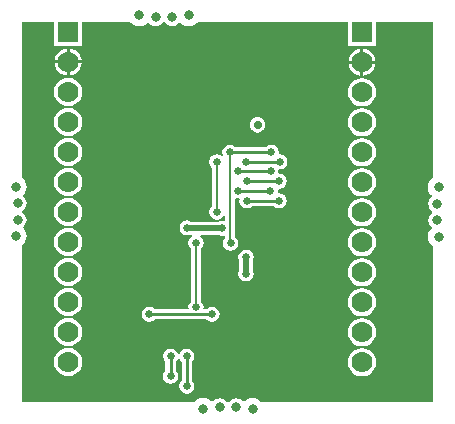
<source format=gbl>
G04*
G04 #@! TF.GenerationSoftware,Altium Limited,Altium Designer,18.1.9 (240)*
G04*
G04 Layer_Physical_Order=6*
G04 Layer_Color=16711680*
%FSLAX24Y24*%
%MOIN*%
G70*
G01*
G75*
%ADD10C,0.0070*%
%ADD14C,0.0100*%
%ADD34C,0.0320*%
%ADD40C,0.0200*%
%ADD42R,0.0700X0.0700*%
%ADD43C,0.0700*%
%ADD44C,0.0260*%
%ADD45C,0.0280*%
G36*
X13842Y7630D02*
X13789Y7589D01*
X13729Y7512D01*
X13692Y7422D01*
X13679Y7325D01*
X13692Y7228D01*
X13729Y7138D01*
X13789Y7061D01*
X13800Y7053D01*
Y7003D01*
X13777Y6985D01*
X13730Y6924D01*
X13700Y6852D01*
X13690Y6775D01*
X13700Y6698D01*
X13730Y6626D01*
X13777Y6565D01*
X13822Y6530D01*
X13826Y6519D01*
Y6481D01*
X13822Y6470D01*
X13777Y6435D01*
X13730Y6374D01*
X13700Y6302D01*
X13690Y6225D01*
X13700Y6148D01*
X13730Y6076D01*
X13777Y6015D01*
X13800Y5997D01*
Y5947D01*
X13789Y5939D01*
X13729Y5862D01*
X13692Y5772D01*
X13679Y5675D01*
X13692Y5578D01*
X13729Y5488D01*
X13789Y5411D01*
X13842Y5370D01*
Y158D01*
X8124D01*
X8099Y191D01*
X8022Y251D01*
X7932Y288D01*
X7835Y301D01*
X7738Y288D01*
X7648Y251D01*
X7571Y191D01*
X7569Y189D01*
X7506Y189D01*
X7495Y203D01*
X7434Y250D01*
X7362Y280D01*
X7285Y290D01*
X7208Y280D01*
X7136Y250D01*
X7075Y203D01*
X7040Y158D01*
X6980D01*
X6945Y203D01*
X6884Y250D01*
X6812Y280D01*
X6735Y290D01*
X6658Y280D01*
X6586Y250D01*
X6525Y203D01*
X6514Y189D01*
X6451D01*
X6449Y191D01*
X6372Y251D01*
X6282Y288D01*
X6185Y301D01*
X6088Y288D01*
X5998Y251D01*
X5921Y191D01*
X5896Y158D01*
X158D01*
Y5388D01*
X201Y5421D01*
X261Y5498D01*
X298Y5588D01*
X311Y5685D01*
X298Y5782D01*
X261Y5872D01*
X201Y5949D01*
X199Y5951D01*
X199Y6014D01*
X213Y6025D01*
X260Y6086D01*
X290Y6158D01*
X300Y6235D01*
X290Y6312D01*
X260Y6384D01*
X213Y6445D01*
X161Y6485D01*
Y6535D01*
X213Y6575D01*
X260Y6636D01*
X290Y6708D01*
X300Y6785D01*
X290Y6862D01*
X260Y6934D01*
X213Y6995D01*
X199Y7006D01*
Y7069D01*
X201Y7071D01*
X261Y7148D01*
X298Y7238D01*
X311Y7335D01*
X298Y7432D01*
X261Y7522D01*
X201Y7599D01*
X158Y7632D01*
Y12842D01*
X1220D01*
Y12030D01*
X2160D01*
Y12842D01*
X3758D01*
X3791Y12799D01*
X3868Y12739D01*
X3958Y12702D01*
X4055Y12689D01*
X4152Y12702D01*
X4242Y12739D01*
X4319Y12799D01*
X4321Y12801D01*
X4384Y12801D01*
X4395Y12787D01*
X4456Y12740D01*
X4528Y12710D01*
X4605Y12700D01*
X4682Y12710D01*
X4754Y12740D01*
X4815Y12787D01*
X4855Y12839D01*
X4905D01*
X4945Y12787D01*
X5006Y12740D01*
X5078Y12710D01*
X5155Y12700D01*
X5232Y12710D01*
X5304Y12740D01*
X5365Y12787D01*
X5376Y12801D01*
X5439D01*
X5441Y12799D01*
X5518Y12739D01*
X5608Y12702D01*
X5705Y12689D01*
X5802Y12702D01*
X5892Y12739D01*
X5969Y12799D01*
X6002Y12842D01*
X11010D01*
Y12020D01*
X11950D01*
Y12842D01*
X13842D01*
Y7630D01*
D02*
G37*
%LPC*%
G36*
X1740Y11947D02*
Y11550D01*
X2137D01*
X2128Y11617D01*
X2083Y11727D01*
X2011Y11821D01*
X1917Y11893D01*
X1807Y11938D01*
X1740Y11947D01*
D02*
G37*
G36*
X1640D02*
X1573Y11938D01*
X1463Y11893D01*
X1369Y11821D01*
X1297Y11727D01*
X1252Y11617D01*
X1243Y11550D01*
X1640D01*
Y11947D01*
D02*
G37*
G36*
X11530Y11937D02*
Y11540D01*
X11927D01*
X11918Y11607D01*
X11873Y11717D01*
X11801Y11811D01*
X11707Y11883D01*
X11597Y11928D01*
X11530Y11937D01*
D02*
G37*
G36*
X11430D02*
X11363Y11928D01*
X11253Y11883D01*
X11159Y11811D01*
X11087Y11717D01*
X11042Y11607D01*
X11033Y11540D01*
X11430D01*
Y11937D01*
D02*
G37*
G36*
X2137Y11450D02*
X1740D01*
Y11053D01*
X1807Y11062D01*
X1917Y11107D01*
X2011Y11179D01*
X2083Y11273D01*
X2128Y11383D01*
X2137Y11450D01*
D02*
G37*
G36*
X1640D02*
X1243D01*
X1252Y11383D01*
X1297Y11273D01*
X1369Y11179D01*
X1463Y11107D01*
X1573Y11062D01*
X1640Y11053D01*
Y11450D01*
D02*
G37*
G36*
X11927Y11440D02*
X11530D01*
Y11043D01*
X11597Y11052D01*
X11707Y11097D01*
X11801Y11169D01*
X11873Y11263D01*
X11918Y11373D01*
X11927Y11440D01*
D02*
G37*
G36*
X11430D02*
X11033D01*
X11042Y11373D01*
X11087Y11263D01*
X11159Y11169D01*
X11253Y11097D01*
X11363Y11052D01*
X11430Y11043D01*
Y11440D01*
D02*
G37*
G36*
X1690Y10974D02*
X1567Y10958D01*
X1453Y10911D01*
X1355Y10835D01*
X1279Y10737D01*
X1232Y10623D01*
X1216Y10500D01*
X1232Y10377D01*
X1279Y10263D01*
X1355Y10165D01*
X1453Y10089D01*
X1567Y10042D01*
X1690Y10026D01*
X1813Y10042D01*
X1927Y10089D01*
X2025Y10165D01*
X2101Y10263D01*
X2148Y10377D01*
X2164Y10500D01*
X2148Y10623D01*
X2101Y10737D01*
X2025Y10835D01*
X1927Y10911D01*
X1813Y10958D01*
X1690Y10974D01*
D02*
G37*
G36*
X11480Y10964D02*
X11357Y10948D01*
X11243Y10901D01*
X11145Y10825D01*
X11069Y10727D01*
X11022Y10613D01*
X11006Y10490D01*
X11022Y10367D01*
X11069Y10253D01*
X11145Y10155D01*
X11243Y10079D01*
X11357Y10032D01*
X11480Y10016D01*
X11603Y10032D01*
X11717Y10079D01*
X11815Y10155D01*
X11891Y10253D01*
X11938Y10367D01*
X11954Y10490D01*
X11938Y10613D01*
X11891Y10727D01*
X11815Y10825D01*
X11717Y10901D01*
X11603Y10948D01*
X11480Y10964D01*
D02*
G37*
G36*
X8000Y9672D02*
X7932Y9663D01*
X7869Y9637D01*
X7815Y9595D01*
X7773Y9541D01*
X7747Y9478D01*
X7738Y9410D01*
X7747Y9342D01*
X7773Y9279D01*
X7815Y9225D01*
X7869Y9183D01*
X7932Y9157D01*
X8000Y9148D01*
X8068Y9157D01*
X8131Y9183D01*
X8185Y9225D01*
X8227Y9279D01*
X8253Y9342D01*
X8262Y9410D01*
X8253Y9478D01*
X8227Y9541D01*
X8185Y9595D01*
X8131Y9637D01*
X8068Y9663D01*
X8000Y9672D01*
D02*
G37*
G36*
X1690Y9974D02*
X1567Y9958D01*
X1453Y9911D01*
X1355Y9835D01*
X1279Y9737D01*
X1232Y9623D01*
X1216Y9500D01*
X1232Y9377D01*
X1279Y9263D01*
X1355Y9165D01*
X1453Y9089D01*
X1567Y9042D01*
X1690Y9026D01*
X1813Y9042D01*
X1927Y9089D01*
X2025Y9165D01*
X2101Y9263D01*
X2148Y9377D01*
X2164Y9500D01*
X2148Y9623D01*
X2101Y9737D01*
X2025Y9835D01*
X1927Y9911D01*
X1813Y9958D01*
X1690Y9974D01*
D02*
G37*
G36*
X11480Y9964D02*
X11357Y9948D01*
X11243Y9901D01*
X11145Y9825D01*
X11069Y9727D01*
X11022Y9613D01*
X11006Y9490D01*
X11022Y9367D01*
X11069Y9253D01*
X11145Y9155D01*
X11243Y9079D01*
X11357Y9032D01*
X11480Y9016D01*
X11603Y9032D01*
X11717Y9079D01*
X11815Y9155D01*
X11891Y9253D01*
X11938Y9367D01*
X11954Y9490D01*
X11938Y9613D01*
X11891Y9727D01*
X11815Y9825D01*
X11717Y9901D01*
X11603Y9948D01*
X11480Y9964D01*
D02*
G37*
G36*
X8460Y8745D02*
X8362Y8725D01*
X8280Y8670D01*
X8275Y8663D01*
X7262D01*
X7260Y8665D01*
X7178Y8720D01*
X7080Y8740D01*
X6982Y8720D01*
X6900Y8665D01*
X6845Y8583D01*
X6825Y8485D01*
X6844Y8391D01*
X6835Y8381D01*
X6804Y8358D01*
X6733Y8405D01*
X6635Y8425D01*
X6538Y8405D01*
X6455Y8350D01*
X6400Y8268D01*
X6380Y8170D01*
X6400Y8072D01*
X6455Y7990D01*
X6477Y7975D01*
Y6690D01*
X6455Y6676D01*
X6400Y6593D01*
X6380Y6495D01*
X6400Y6398D01*
X6455Y6315D01*
X6538Y6260D01*
X6635Y6240D01*
X6733Y6260D01*
X6816Y6315D01*
X6871Y6398D01*
X6872Y6403D01*
X6922Y6398D01*
Y6232D01*
X6872Y6196D01*
X6805Y6210D01*
X6707Y6190D01*
X6690Y6179D01*
X5797D01*
X5758Y6205D01*
X5660Y6225D01*
X5562Y6205D01*
X5480Y6150D01*
X5425Y6068D01*
X5405Y5970D01*
X5425Y5872D01*
X5480Y5790D01*
X5562Y5735D01*
X5660Y5715D01*
X5737Y5730D01*
X5800D01*
X5815Y5680D01*
X5770Y5650D01*
X5715Y5568D01*
X5695Y5470D01*
X5715Y5372D01*
X5770Y5290D01*
X5792Y5275D01*
Y3525D01*
X5770Y3510D01*
X5715Y3428D01*
X5695Y3330D01*
X5701Y3302D01*
X5669Y3263D01*
X4575D01*
X4570Y3270D01*
X4488Y3325D01*
X4390Y3345D01*
X4292Y3325D01*
X4210Y3270D01*
X4155Y3188D01*
X4135Y3090D01*
X4155Y2992D01*
X4210Y2910D01*
X4292Y2855D01*
X4390Y2835D01*
X4488Y2855D01*
X4570Y2910D01*
X4575Y2917D01*
X6295D01*
X6300Y2910D01*
X6382Y2855D01*
X6480Y2835D01*
X6578Y2855D01*
X6660Y2910D01*
X6715Y2992D01*
X6735Y3090D01*
X6715Y3188D01*
X6660Y3270D01*
X6578Y3325D01*
X6480Y3345D01*
X6382Y3325D01*
X6300Y3270D01*
X6295Y3263D01*
X6231D01*
X6199Y3302D01*
X6205Y3330D01*
X6185Y3428D01*
X6130Y3510D01*
X6108Y3525D01*
Y5275D01*
X6130Y5290D01*
X6185Y5372D01*
X6205Y5470D01*
X6185Y5568D01*
X6130Y5650D01*
X6085Y5680D01*
X6100Y5730D01*
X6690D01*
X6707Y5719D01*
X6805Y5700D01*
X6872Y5713D01*
X6909Y5686D01*
X6920Y5640D01*
X6865Y5558D01*
X6846Y5460D01*
X6865Y5362D01*
X6920Y5280D01*
X7003Y5225D01*
X7101Y5205D01*
X7198Y5225D01*
X7281Y5280D01*
X7336Y5362D01*
X7355Y5460D01*
X7336Y5558D01*
X7281Y5640D01*
X7238Y5669D01*
Y6924D01*
X7288Y6965D01*
X7340Y6955D01*
X7362Y6959D01*
X7404Y6917D01*
X7395Y6870D01*
X7415Y6772D01*
X7470Y6690D01*
X7552Y6635D01*
X7650Y6615D01*
X7748Y6635D01*
X7830Y6690D01*
X7835Y6697D01*
X8545D01*
X8550Y6690D01*
X8632Y6635D01*
X8730Y6615D01*
X8828Y6635D01*
X8910Y6690D01*
X8965Y6772D01*
X8985Y6870D01*
X8965Y6968D01*
X8910Y7050D01*
X8828Y7105D01*
X8730Y7125D01*
X8719Y7123D01*
X8676Y7165D01*
X8685Y7210D01*
X8680Y7233D01*
X8716Y7268D01*
X8730Y7265D01*
X8828Y7285D01*
X8910Y7340D01*
X8965Y7422D01*
X8985Y7520D01*
X8965Y7618D01*
X8910Y7700D01*
X8828Y7755D01*
X8730Y7775D01*
X8727Y7774D01*
X8684Y7817D01*
X8695Y7870D01*
X8692Y7882D01*
X8728Y7918D01*
X8740Y7915D01*
X8838Y7935D01*
X8920Y7990D01*
X8975Y8072D01*
X8995Y8170D01*
X8975Y8268D01*
X8920Y8350D01*
X8838Y8405D01*
X8740Y8425D01*
X8708Y8457D01*
X8715Y8490D01*
X8695Y8588D01*
X8640Y8670D01*
X8558Y8725D01*
X8460Y8745D01*
D02*
G37*
G36*
X1690Y8974D02*
X1567Y8958D01*
X1453Y8911D01*
X1355Y8835D01*
X1279Y8737D01*
X1232Y8623D01*
X1216Y8500D01*
X1232Y8377D01*
X1279Y8263D01*
X1355Y8165D01*
X1453Y8089D01*
X1567Y8042D01*
X1690Y8026D01*
X1813Y8042D01*
X1927Y8089D01*
X2025Y8165D01*
X2101Y8263D01*
X2148Y8377D01*
X2164Y8500D01*
X2148Y8623D01*
X2101Y8737D01*
X2025Y8835D01*
X1927Y8911D01*
X1813Y8958D01*
X1690Y8974D01*
D02*
G37*
G36*
X11480Y8964D02*
X11357Y8948D01*
X11243Y8901D01*
X11145Y8825D01*
X11069Y8727D01*
X11022Y8613D01*
X11006Y8490D01*
X11022Y8367D01*
X11069Y8253D01*
X11145Y8155D01*
X11243Y8079D01*
X11357Y8032D01*
X11480Y8016D01*
X11603Y8032D01*
X11717Y8079D01*
X11815Y8155D01*
X11891Y8253D01*
X11938Y8367D01*
X11954Y8490D01*
X11938Y8613D01*
X11891Y8727D01*
X11815Y8825D01*
X11717Y8901D01*
X11603Y8948D01*
X11480Y8964D01*
D02*
G37*
G36*
X1690Y7974D02*
X1567Y7958D01*
X1453Y7911D01*
X1355Y7835D01*
X1279Y7737D01*
X1232Y7623D01*
X1216Y7500D01*
X1232Y7377D01*
X1279Y7263D01*
X1355Y7165D01*
X1453Y7089D01*
X1567Y7042D01*
X1690Y7026D01*
X1813Y7042D01*
X1927Y7089D01*
X2025Y7165D01*
X2101Y7263D01*
X2148Y7377D01*
X2164Y7500D01*
X2148Y7623D01*
X2101Y7737D01*
X2025Y7835D01*
X1927Y7911D01*
X1813Y7958D01*
X1690Y7974D01*
D02*
G37*
G36*
X11480Y7964D02*
X11357Y7948D01*
X11243Y7901D01*
X11145Y7825D01*
X11069Y7727D01*
X11022Y7613D01*
X11006Y7490D01*
X11022Y7367D01*
X11069Y7253D01*
X11145Y7155D01*
X11243Y7079D01*
X11357Y7032D01*
X11480Y7016D01*
X11603Y7032D01*
X11717Y7079D01*
X11815Y7155D01*
X11891Y7253D01*
X11938Y7367D01*
X11954Y7490D01*
X11938Y7613D01*
X11891Y7727D01*
X11815Y7825D01*
X11717Y7901D01*
X11603Y7948D01*
X11480Y7964D01*
D02*
G37*
G36*
X1690Y6974D02*
X1567Y6958D01*
X1453Y6911D01*
X1355Y6835D01*
X1279Y6737D01*
X1232Y6623D01*
X1216Y6500D01*
X1232Y6377D01*
X1279Y6263D01*
X1355Y6165D01*
X1453Y6089D01*
X1567Y6042D01*
X1690Y6026D01*
X1813Y6042D01*
X1927Y6089D01*
X2025Y6165D01*
X2101Y6263D01*
X2148Y6377D01*
X2164Y6500D01*
X2148Y6623D01*
X2101Y6737D01*
X2025Y6835D01*
X1927Y6911D01*
X1813Y6958D01*
X1690Y6974D01*
D02*
G37*
G36*
X11480Y6964D02*
X11357Y6948D01*
X11243Y6901D01*
X11145Y6825D01*
X11069Y6727D01*
X11022Y6613D01*
X11006Y6490D01*
X11022Y6367D01*
X11069Y6253D01*
X11145Y6155D01*
X11243Y6079D01*
X11357Y6032D01*
X11480Y6016D01*
X11603Y6032D01*
X11717Y6079D01*
X11815Y6155D01*
X11891Y6253D01*
X11938Y6367D01*
X11954Y6490D01*
X11938Y6613D01*
X11891Y6727D01*
X11815Y6825D01*
X11717Y6901D01*
X11603Y6948D01*
X11480Y6964D01*
D02*
G37*
G36*
X1690Y5974D02*
X1567Y5958D01*
X1453Y5911D01*
X1355Y5835D01*
X1279Y5737D01*
X1232Y5623D01*
X1216Y5500D01*
X1232Y5377D01*
X1279Y5263D01*
X1355Y5165D01*
X1453Y5089D01*
X1567Y5042D01*
X1690Y5026D01*
X1813Y5042D01*
X1927Y5089D01*
X2025Y5165D01*
X2101Y5263D01*
X2148Y5377D01*
X2164Y5500D01*
X2148Y5623D01*
X2101Y5737D01*
X2025Y5835D01*
X1927Y5911D01*
X1813Y5958D01*
X1690Y5974D01*
D02*
G37*
G36*
X11480Y5964D02*
X11357Y5948D01*
X11243Y5901D01*
X11145Y5825D01*
X11069Y5727D01*
X11022Y5613D01*
X11006Y5490D01*
X11022Y5367D01*
X11069Y5253D01*
X11145Y5155D01*
X11243Y5079D01*
X11357Y5032D01*
X11480Y5016D01*
X11603Y5032D01*
X11717Y5079D01*
X11815Y5155D01*
X11891Y5253D01*
X11938Y5367D01*
X11954Y5490D01*
X11938Y5613D01*
X11891Y5727D01*
X11815Y5825D01*
X11717Y5901D01*
X11603Y5948D01*
X11480Y5964D01*
D02*
G37*
G36*
X7620Y5245D02*
X7522Y5225D01*
X7440Y5170D01*
X7385Y5088D01*
X7365Y4990D01*
X7385Y4892D01*
X7396Y4876D01*
Y4554D01*
X7385Y4538D01*
X7365Y4440D01*
X7385Y4342D01*
X7440Y4260D01*
X7522Y4205D01*
X7620Y4185D01*
X7718Y4205D01*
X7800Y4260D01*
X7855Y4342D01*
X7875Y4440D01*
X7855Y4538D01*
X7844Y4554D01*
Y4876D01*
X7855Y4892D01*
X7875Y4990D01*
X7855Y5088D01*
X7800Y5170D01*
X7718Y5225D01*
X7620Y5245D01*
D02*
G37*
G36*
X1690Y4974D02*
X1567Y4958D01*
X1453Y4911D01*
X1355Y4835D01*
X1279Y4737D01*
X1232Y4623D01*
X1216Y4500D01*
X1232Y4377D01*
X1279Y4263D01*
X1355Y4165D01*
X1453Y4089D01*
X1567Y4042D01*
X1690Y4026D01*
X1813Y4042D01*
X1927Y4089D01*
X2025Y4165D01*
X2101Y4263D01*
X2148Y4377D01*
X2164Y4500D01*
X2148Y4623D01*
X2101Y4737D01*
X2025Y4835D01*
X1927Y4911D01*
X1813Y4958D01*
X1690Y4974D01*
D02*
G37*
G36*
X11480Y4964D02*
X11357Y4948D01*
X11243Y4901D01*
X11145Y4825D01*
X11069Y4727D01*
X11022Y4613D01*
X11006Y4490D01*
X11022Y4367D01*
X11069Y4253D01*
X11145Y4155D01*
X11243Y4079D01*
X11357Y4032D01*
X11480Y4016D01*
X11603Y4032D01*
X11717Y4079D01*
X11815Y4155D01*
X11891Y4253D01*
X11938Y4367D01*
X11954Y4490D01*
X11938Y4613D01*
X11891Y4727D01*
X11815Y4825D01*
X11717Y4901D01*
X11603Y4948D01*
X11480Y4964D01*
D02*
G37*
G36*
X1690Y3974D02*
X1567Y3958D01*
X1453Y3911D01*
X1355Y3835D01*
X1279Y3737D01*
X1232Y3623D01*
X1216Y3500D01*
X1232Y3377D01*
X1279Y3263D01*
X1355Y3165D01*
X1453Y3089D01*
X1567Y3042D01*
X1690Y3026D01*
X1813Y3042D01*
X1927Y3089D01*
X2025Y3165D01*
X2101Y3263D01*
X2148Y3377D01*
X2164Y3500D01*
X2148Y3623D01*
X2101Y3737D01*
X2025Y3835D01*
X1927Y3911D01*
X1813Y3958D01*
X1690Y3974D01*
D02*
G37*
G36*
X11480Y3964D02*
X11357Y3948D01*
X11243Y3901D01*
X11145Y3825D01*
X11069Y3727D01*
X11022Y3613D01*
X11006Y3490D01*
X11022Y3367D01*
X11069Y3253D01*
X11145Y3155D01*
X11243Y3079D01*
X11357Y3032D01*
X11480Y3016D01*
X11603Y3032D01*
X11717Y3079D01*
X11815Y3155D01*
X11891Y3253D01*
X11938Y3367D01*
X11954Y3490D01*
X11938Y3613D01*
X11891Y3727D01*
X11815Y3825D01*
X11717Y3901D01*
X11603Y3948D01*
X11480Y3964D01*
D02*
G37*
G36*
X1690Y2974D02*
X1567Y2958D01*
X1453Y2911D01*
X1355Y2835D01*
X1279Y2737D01*
X1232Y2623D01*
X1216Y2500D01*
X1232Y2377D01*
X1279Y2263D01*
X1355Y2165D01*
X1453Y2089D01*
X1567Y2042D01*
X1690Y2026D01*
X1813Y2042D01*
X1927Y2089D01*
X2025Y2165D01*
X2101Y2263D01*
X2148Y2377D01*
X2164Y2500D01*
X2148Y2623D01*
X2101Y2737D01*
X2025Y2835D01*
X1927Y2911D01*
X1813Y2958D01*
X1690Y2974D01*
D02*
G37*
G36*
X11480Y2964D02*
X11357Y2948D01*
X11243Y2901D01*
X11145Y2825D01*
X11069Y2727D01*
X11022Y2613D01*
X11006Y2490D01*
X11022Y2367D01*
X11069Y2253D01*
X11145Y2155D01*
X11243Y2079D01*
X11357Y2032D01*
X11480Y2016D01*
X11603Y2032D01*
X11717Y2079D01*
X11815Y2155D01*
X11891Y2253D01*
X11938Y2367D01*
X11954Y2490D01*
X11938Y2613D01*
X11891Y2727D01*
X11815Y2825D01*
X11717Y2901D01*
X11603Y2948D01*
X11480Y2964D01*
D02*
G37*
G36*
X5640Y1945D02*
X5542Y1925D01*
X5460Y1870D01*
X5405Y1788D01*
X5400Y1767D01*
X5350D01*
X5345Y1788D01*
X5290Y1870D01*
X5208Y1925D01*
X5110Y1945D01*
X5012Y1925D01*
X4930Y1870D01*
X4875Y1788D01*
X4855Y1690D01*
X4875Y1592D01*
X4927Y1514D01*
Y1205D01*
X4920Y1200D01*
X4864Y1118D01*
X4845Y1020D01*
X4864Y922D01*
X4920Y840D01*
X5002Y785D01*
X5100Y765D01*
X5198Y785D01*
X5280Y840D01*
X5335Y922D01*
X5355Y1020D01*
X5335Y1118D01*
X5280Y1200D01*
X5273Y1205D01*
Y1498D01*
X5290Y1510D01*
X5345Y1592D01*
X5350Y1613D01*
X5400D01*
X5405Y1592D01*
X5460Y1510D01*
X5467Y1505D01*
Y885D01*
X5460Y880D01*
X5405Y798D01*
X5385Y700D01*
X5405Y602D01*
X5460Y520D01*
X5542Y465D01*
X5640Y445D01*
X5738Y465D01*
X5820Y520D01*
X5875Y602D01*
X5895Y700D01*
X5875Y798D01*
X5820Y880D01*
X5813Y885D01*
Y1505D01*
X5820Y1510D01*
X5875Y1592D01*
X5895Y1690D01*
X5875Y1788D01*
X5820Y1870D01*
X5738Y1925D01*
X5640Y1945D01*
D02*
G37*
G36*
X1690Y1974D02*
X1567Y1958D01*
X1453Y1911D01*
X1355Y1835D01*
X1279Y1737D01*
X1232Y1623D01*
X1216Y1500D01*
X1232Y1377D01*
X1279Y1263D01*
X1355Y1165D01*
X1453Y1089D01*
X1567Y1042D01*
X1690Y1026D01*
X1813Y1042D01*
X1927Y1089D01*
X2025Y1165D01*
X2101Y1263D01*
X2148Y1377D01*
X2164Y1500D01*
X2148Y1623D01*
X2101Y1737D01*
X2025Y1835D01*
X1927Y1911D01*
X1813Y1958D01*
X1690Y1974D01*
D02*
G37*
G36*
X11480Y1964D02*
X11357Y1948D01*
X11243Y1901D01*
X11145Y1825D01*
X11069Y1727D01*
X11022Y1613D01*
X11006Y1490D01*
X11022Y1367D01*
X11069Y1253D01*
X11145Y1155D01*
X11243Y1079D01*
X11357Y1032D01*
X11480Y1016D01*
X11603Y1032D01*
X11717Y1079D01*
X11815Y1155D01*
X11891Y1253D01*
X11938Y1367D01*
X11954Y1490D01*
X11938Y1613D01*
X11891Y1727D01*
X11815Y1825D01*
X11717Y1901D01*
X11603Y1948D01*
X11480Y1964D01*
D02*
G37*
%LPD*%
D10*
X7080Y5481D02*
Y8485D01*
Y5481D02*
X7101Y5460D01*
X6635Y6495D02*
Y8170D01*
X5950Y3330D02*
Y5470D01*
D14*
X7340Y7210D02*
X8430D01*
X7650Y6870D02*
X8730D01*
X7640Y7520D02*
X8730D01*
X7630Y8170D02*
X8740D01*
X7085Y8490D02*
X8460D01*
X7350Y7860D02*
X8410D01*
X8430Y7880D01*
X8440Y7870D01*
X5100Y1680D02*
X5110Y1690D01*
X5100Y1020D02*
Y1680D01*
X5640Y700D02*
Y1690D01*
X4390Y3090D02*
X6480D01*
D34*
X14052Y7325D02*
D03*
X13987Y6775D02*
D03*
Y6225D02*
D03*
X14052Y5675D02*
D03*
X-63Y5685D02*
D03*
X3Y6235D02*
D03*
Y6785D02*
D03*
X-63Y7335D02*
D03*
X7835Y-72D02*
D03*
X7285Y-8D02*
D03*
X6735D02*
D03*
X6185Y-72D02*
D03*
X4055Y13062D02*
D03*
X4605Y12997D02*
D03*
X5155D02*
D03*
X5705Y13062D02*
D03*
D40*
X7620Y4440D02*
Y4990D01*
X5660Y5970D02*
X5675Y5955D01*
X6805D01*
D42*
X11480Y12490D02*
D03*
X1690Y12500D02*
D03*
D43*
X11480Y11490D02*
D03*
Y10490D02*
D03*
Y9490D02*
D03*
Y8490D02*
D03*
Y7490D02*
D03*
Y6490D02*
D03*
Y5490D02*
D03*
Y4490D02*
D03*
Y3490D02*
D03*
Y2490D02*
D03*
Y1490D02*
D03*
X1690Y11500D02*
D03*
Y10500D02*
D03*
Y9500D02*
D03*
Y8500D02*
D03*
Y7500D02*
D03*
Y6500D02*
D03*
Y5500D02*
D03*
Y4500D02*
D03*
Y3500D02*
D03*
Y2500D02*
D03*
Y1500D02*
D03*
D44*
X8730Y6870D02*
D03*
X8430Y7210D02*
D03*
X7650Y6870D02*
D03*
X7340Y7210D02*
D03*
X8730Y7520D02*
D03*
X7630Y8170D02*
D03*
X7640Y7520D02*
D03*
X7350Y7860D02*
D03*
X8440Y7870D02*
D03*
X8740Y8170D02*
D03*
X8460Y8490D02*
D03*
X9190Y6059D02*
D03*
X5640Y700D02*
D03*
X5100Y1020D02*
D03*
X6480Y3090D02*
D03*
X4390D02*
D03*
X5110Y1690D02*
D03*
X5640D02*
D03*
X5455Y5445D02*
D03*
X4840Y6510D02*
D03*
X7670Y3360D02*
D03*
X5660Y5970D02*
D03*
X6805Y5955D02*
D03*
X7101Y5460D02*
D03*
X6635Y6495D02*
D03*
X5950Y5470D02*
D03*
X4380Y3910D02*
D03*
X8237Y3677D02*
D03*
X5950Y3330D02*
D03*
X7080Y8485D02*
D03*
X6635Y8170D02*
D03*
X7620Y4990D02*
D03*
Y4440D02*
D03*
D45*
X8221Y12258D02*
D03*
X8201Y10474D02*
D03*
X8191Y11448D02*
D03*
X4900Y9410D02*
D03*
X8000Y9410D02*
D03*
X6076Y11830D02*
D03*
M02*

</source>
